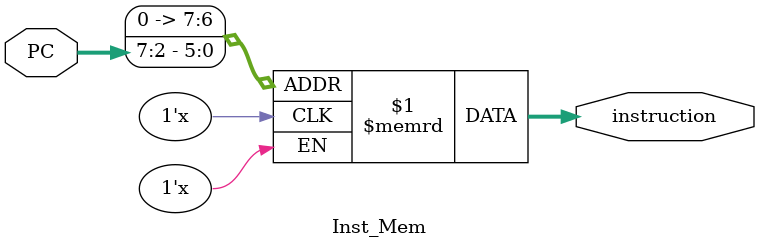
<source format=v>
module Inst_Mem(
    input [7:0] PC,
    output [31:0] instruction
);

reg [31:0] Instruction_Memory [0:127];

// Instruction Fetch
assign instruction = Instruction_Memory[PC>>>2];

endmodule

</source>
